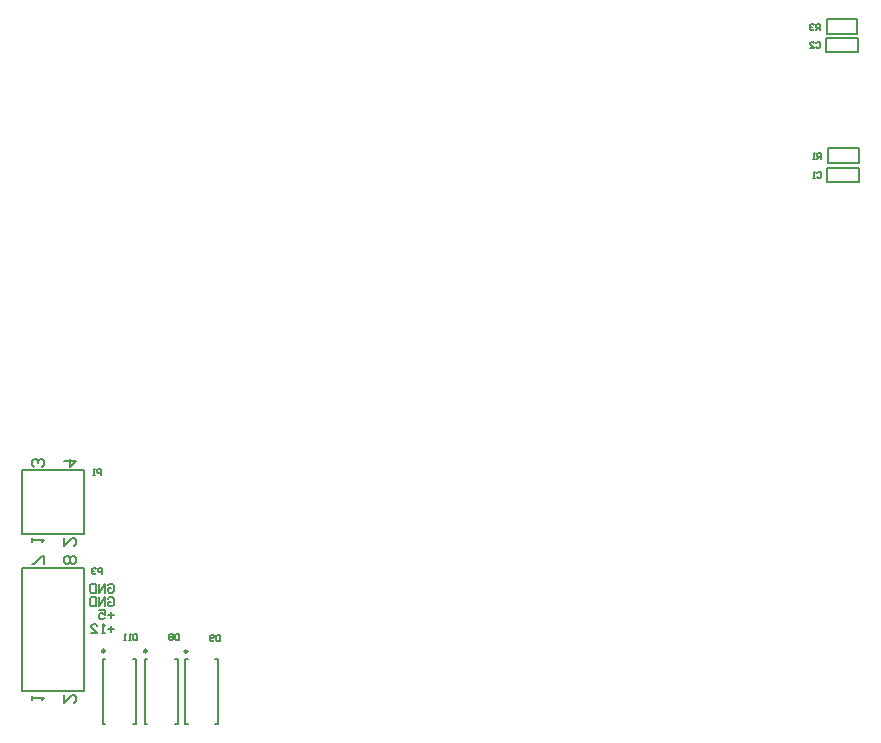
<source format=gbo>
G04*
G04 #@! TF.GenerationSoftware,Altium Limited,Altium Designer,22.11.1 (43)*
G04*
G04 Layer_Color=32896*
%FSLAX24Y24*%
%MOIN*%
G70*
G04*
G04 #@! TF.SameCoordinates,87D651DC-2D2C-43A3-A13A-F7E35A12DA3B*
G04*
G04*
G04 #@! TF.FilePolarity,Positive*
G04*
G01*
G75*
%ADD10C,0.0098*%
%ADD13C,0.0079*%
%ADD15C,0.0060*%
%ADD17C,0.0050*%
D10*
X13078Y27139D02*
G03*
X13078Y27139I-49J0D01*
G01*
X15828Y27122D02*
G03*
X15828Y27122I-49J0D01*
G01*
X14478Y27139D02*
G03*
X14478Y27139I-49J0D01*
G01*
D13*
X14013Y24717D02*
X14101D01*
X14013Y26883D02*
X14101D01*
X12999Y24717D02*
X13087D01*
X12999Y26883D02*
X13087D01*
X14101Y24717D02*
Y26883D01*
X12999Y24717D02*
Y26883D01*
X16763Y24701D02*
X16851D01*
X16763Y26867D02*
X16851D01*
X15749Y24701D02*
X15837D01*
X15749Y26867D02*
X15837D01*
X16851Y24701D02*
Y26867D01*
X15749Y24701D02*
Y26867D01*
X15413Y24717D02*
X15501D01*
X15413Y26883D02*
X15501D01*
X14399Y24717D02*
X14487D01*
X14399Y26883D02*
X14487D01*
X15501Y24717D02*
Y26883D01*
X14399Y24717D02*
Y26883D01*
X10320Y31041D02*
X12380D01*
X10320D02*
Y33159D01*
X12380Y31041D02*
Y33159D01*
X10320D02*
X12380D01*
X10320Y25791D02*
X12380D01*
X10320D02*
Y29909D01*
X12380Y25791D02*
Y29909D01*
X10320D02*
X12380D01*
D15*
X38120Y48210D02*
X38160D01*
Y47690D02*
Y48210D01*
X37140Y47690D02*
X38160D01*
X37140D02*
Y48210D01*
X38120D01*
X37121Y47120D02*
X37190D01*
X37121D02*
Y47580D01*
X38180D01*
Y47120D02*
Y47580D01*
X37190Y47120D02*
X38180D01*
X38170Y43910D02*
X38210D01*
Y43390D02*
Y43910D01*
X37190Y43390D02*
X38210D01*
X37190D02*
Y43910D01*
X38170D01*
X37152Y42770D02*
X37221D01*
X37152D02*
Y43230D01*
X38211D01*
Y42770D02*
Y43230D01*
X37221Y42770D02*
X38211D01*
X13366Y28343D02*
X13166D01*
X13266Y28443D02*
Y28243D01*
X12866Y28493D02*
X13066D01*
Y28343D01*
X12966Y28393D01*
X12916D01*
X12866Y28343D01*
Y28243D01*
X12916Y28193D01*
X13016D01*
X13066Y28243D01*
X13166Y29330D02*
X13216Y29380D01*
X13316D01*
X13366Y29330D01*
Y29130D01*
X13316Y29080D01*
X13216D01*
X13166Y29130D01*
Y29230D01*
X13266D01*
X13066Y29080D02*
Y29380D01*
X12866Y29080D01*
Y29380D01*
X12766D02*
Y29080D01*
X12616D01*
X12566Y29130D01*
Y29330D01*
X12616Y29380D01*
X12766D01*
X13166Y28880D02*
X13216Y28930D01*
X13316D01*
X13366Y28880D01*
Y28680D01*
X13316Y28630D01*
X13216D01*
X13166Y28680D01*
Y28780D01*
X13266D01*
X13066Y28630D02*
Y28930D01*
X12866Y28630D01*
Y28930D01*
X12766D02*
Y28630D01*
X12616D01*
X12566Y28680D01*
Y28880D01*
X12616Y28930D01*
X12766D01*
X13366Y27880D02*
X13166D01*
X13266Y27980D02*
Y27780D01*
X13066Y27730D02*
X12966D01*
X13016D01*
Y28030D01*
X13066Y27980D01*
X12616Y27730D02*
X12816D01*
X12616Y27930D01*
Y27980D01*
X12666Y28030D01*
X12766D01*
X12816Y27980D01*
X10641Y30761D02*
Y30895D01*
Y30828D01*
X11041D01*
X10975Y30761D01*
X11704Y30910D02*
Y30643D01*
X11971Y30910D01*
X12038D01*
X12104Y30843D01*
Y30710D01*
X12038Y30643D01*
X10975Y33281D02*
X11041Y33348D01*
Y33481D01*
X10975Y33548D01*
X10908D01*
X10841Y33481D01*
Y33414D01*
Y33481D01*
X10775Y33548D01*
X10708D01*
X10641Y33481D01*
Y33348D01*
X10708Y33281D01*
X11704Y33481D02*
X12104D01*
X11904Y33281D01*
Y33548D01*
X10641Y25511D02*
Y25645D01*
Y25578D01*
X11041D01*
X10975Y25511D01*
X11704Y25660D02*
Y25393D01*
X11971Y25660D01*
X12038D01*
X12104Y25593D01*
Y25460D01*
X12038Y25393D01*
X11041Y30031D02*
Y30298D01*
X10975D01*
X10708Y30031D01*
X10641D01*
X12038D02*
X12104Y30098D01*
Y30231D01*
X12038Y30298D01*
X11971D01*
X11904Y30231D01*
X11838Y30298D01*
X11771D01*
X11704Y30231D01*
Y30098D01*
X11771Y30031D01*
X11838D01*
X11904Y30098D01*
X11971Y30031D01*
X12038D01*
X11904Y30098D02*
Y30231D01*
D17*
X16910Y27670D02*
Y27470D01*
X16810D01*
X16777Y27503D01*
Y27637D01*
X16810Y27670D01*
X16910D01*
X16710Y27503D02*
X16677Y27470D01*
X16610D01*
X16577Y27503D01*
Y27637D01*
X16610Y27670D01*
X16677D01*
X16710Y27637D01*
Y27603D01*
X16677Y27570D01*
X16577D01*
X12933Y33000D02*
Y33200D01*
X12833D01*
X12800Y33167D01*
Y33100D01*
X12833Y33067D01*
X12933D01*
X12733Y33000D02*
X12667D01*
X12700D01*
Y33200D01*
X12733Y33167D01*
X12967Y29700D02*
Y29900D01*
X12867D01*
X12833Y29867D01*
Y29800D01*
X12867Y29767D01*
X12967D01*
X12767Y29867D02*
X12733Y29900D01*
X12667D01*
X12633Y29867D01*
Y29833D01*
X12667Y29800D01*
X12700D01*
X12667D01*
X12633Y29767D01*
Y29733D01*
X12667Y29700D01*
X12733D01*
X12767Y29733D01*
X15560Y27690D02*
Y27490D01*
X15460D01*
X15427Y27523D01*
Y27657D01*
X15460Y27690D01*
X15560D01*
X15360Y27657D02*
X15327Y27690D01*
X15260D01*
X15227Y27657D01*
Y27623D01*
X15260Y27590D01*
X15227Y27557D01*
Y27523D01*
X15260Y27490D01*
X15327D01*
X15360Y27523D01*
Y27557D01*
X15327Y27590D01*
X15360Y27623D01*
Y27657D01*
X15327Y27590D02*
X15260D01*
X14160Y27690D02*
Y27490D01*
X14060D01*
X14027Y27523D01*
Y27657D01*
X14060Y27690D01*
X14160D01*
X13960Y27490D02*
X13893D01*
X13927D01*
Y27690D01*
X13960Y27657D01*
X13793Y27490D02*
X13727D01*
X13760D01*
Y27690D01*
X13793Y27657D01*
X36917Y47850D02*
Y48050D01*
X36817D01*
X36783Y48017D01*
Y47950D01*
X36817Y47917D01*
X36917D01*
X36850D02*
X36783Y47850D01*
X36717Y48017D02*
X36683Y48050D01*
X36617D01*
X36583Y48017D01*
Y47983D01*
X36617Y47950D01*
X36650D01*
X36617D01*
X36583Y47917D01*
Y47883D01*
X36617Y47850D01*
X36683D01*
X36717Y47883D01*
X36783Y47417D02*
X36817Y47450D01*
X36883D01*
X36917Y47417D01*
Y47283D01*
X36883Y47250D01*
X36817D01*
X36783Y47283D01*
X36583Y47250D02*
X36717D01*
X36583Y47383D01*
Y47417D01*
X36617Y47450D01*
X36683D01*
X36717Y47417D01*
X36933Y43550D02*
Y43750D01*
X36833D01*
X36800Y43717D01*
Y43650D01*
X36833Y43617D01*
X36933D01*
X36867D02*
X36800Y43550D01*
X36733D02*
X36667D01*
X36700D01*
Y43750D01*
X36733Y43717D01*
X36800Y43067D02*
X36833Y43100D01*
X36900D01*
X36933Y43067D01*
Y42933D01*
X36900Y42900D01*
X36833D01*
X36800Y42933D01*
X36733Y42900D02*
X36667D01*
X36700D01*
Y43100D01*
X36733Y43067D01*
M02*

</source>
